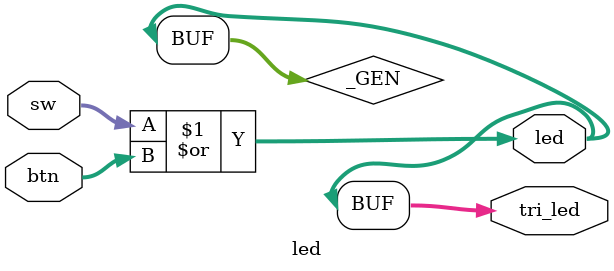
<source format=v>
module led(	// file.cleaned.mlir:2:3
  input  [3:0] sw,	// file.cleaned.mlir:2:21
               btn,	// file.cleaned.mlir:2:34
  output [3:0] led,	// file.cleaned.mlir:2:49
               tri_led	// file.cleaned.mlir:2:63
);

  wire [3:0] _GEN = sw | btn;	// file.cleaned.mlir:3:10
  assign led = _GEN;	// file.cleaned.mlir:3:10, :4:5
  assign tri_led = _GEN;	// file.cleaned.mlir:3:10, :4:5
endmodule


</source>
